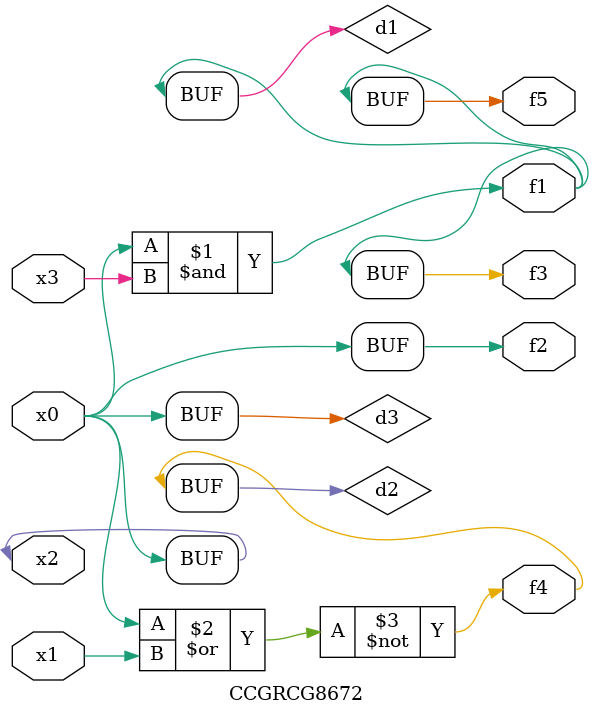
<source format=v>
module CCGRCG8672(
	input x0, x1, x2, x3,
	output f1, f2, f3, f4, f5
);

	wire d1, d2, d3;

	and (d1, x2, x3);
	nor (d2, x0, x1);
	buf (d3, x0, x2);
	assign f1 = d1;
	assign f2 = d3;
	assign f3 = d1;
	assign f4 = d2;
	assign f5 = d1;
endmodule

</source>
